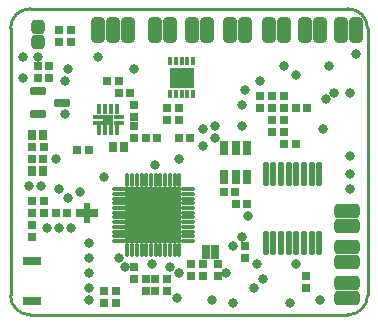
<source format=gts>
G04*
G04 #@! TF.GenerationSoftware,Altium Limited,Altium Designer,21.3.2 (30)*
G04*
G04 Layer_Color=8388736*
%FSLAX25Y25*%
%MOIN*%
G70*
G04*
G04 #@! TF.SameCoordinates,A236C9B4-8AE0-4B67-9D85-2998E959901C*
G04*
G04*
G04 #@! TF.FilePolarity,Negative*
G04*
G01*
G75*
%ADD10C,0.01000*%
G04:AMPARAMS|DCode=29|XSize=51.18mil|YSize=23.62mil|CornerRadius=2.01mil|HoleSize=0mil|Usage=FLASHONLY|Rotation=0.000|XOffset=0mil|YOffset=0mil|HoleType=Round|Shape=RoundedRectangle|*
%AMROUNDEDRECTD29*
21,1,0.05118,0.01961,0,0,0.0*
21,1,0.04717,0.02362,0,0,0.0*
1,1,0.00402,0.02358,-0.00980*
1,1,0.00402,-0.02358,-0.00980*
1,1,0.00402,-0.02358,0.00980*
1,1,0.00402,0.02358,0.00980*
%
%ADD29ROUNDEDRECTD29*%
%ADD37R,0.06142X0.03150*%
%ADD38R,0.02769X0.03162*%
%ADD39R,0.03162X0.02769*%
%ADD40R,0.02769X0.03556*%
%ADD41R,0.03556X0.01784*%
%ADD42R,0.03556X0.03556*%
%ADD43R,0.01784X0.03556*%
%ADD44R,0.03162X0.03162*%
%ADD45R,0.01384X0.02762*%
%ADD46R,0.08274X0.06699*%
%ADD47R,0.03162X0.03162*%
%ADD48R,0.18910X0.18910*%
%ADD49O,0.01587X0.04540*%
%ADD50O,0.04540X0.01587*%
%ADD51R,0.01981X0.06509*%
%ADD52R,0.03162X0.05131*%
%ADD53O,0.02178X0.08083*%
%ADD54R,0.02736X0.04961*%
%ADD55R,0.02646X0.03039*%
G04:AMPARAMS|DCode=56|XSize=47.37mil|YSize=86.74mil|CornerRadius=13.84mil|HoleSize=0mil|Usage=FLASHONLY|Rotation=270.000|XOffset=0mil|YOffset=0mil|HoleType=Round|Shape=RoundedRectangle|*
%AMROUNDEDRECTD56*
21,1,0.04737,0.05906,0,0,270.0*
21,1,0.01968,0.08674,0,0,270.0*
1,1,0.02769,-0.02953,-0.00984*
1,1,0.02769,-0.02953,0.00984*
1,1,0.02769,0.02953,0.00984*
1,1,0.02769,0.02953,-0.00984*
%
%ADD56ROUNDEDRECTD56*%
G04:AMPARAMS|DCode=57|XSize=47.37mil|YSize=86.74mil|CornerRadius=13.84mil|HoleSize=0mil|Usage=FLASHONLY|Rotation=180.000|XOffset=0mil|YOffset=0mil|HoleType=Round|Shape=RoundedRectangle|*
%AMROUNDEDRECTD57*
21,1,0.04737,0.05906,0,0,180.0*
21,1,0.01968,0.08674,0,0,180.0*
1,1,0.02769,-0.00984,0.02953*
1,1,0.02769,0.00984,0.02953*
1,1,0.02769,0.00984,-0.02953*
1,1,0.02769,-0.00984,-0.02953*
%
%ADD57ROUNDEDRECTD57*%
G04:AMPARAMS|DCode=58|XSize=47.37mil|YSize=47.37mil|CornerRadius=13.84mil|HoleSize=0mil|Usage=FLASHONLY|Rotation=90.000|XOffset=0mil|YOffset=0mil|HoleType=Round|Shape=RoundedRectangle|*
%AMROUNDEDRECTD58*
21,1,0.04737,0.01968,0,0,90.0*
21,1,0.01968,0.04737,0,0,90.0*
1,1,0.02769,0.00984,0.00984*
1,1,0.02769,0.00984,-0.00984*
1,1,0.02769,-0.00984,-0.00984*
1,1,0.02769,-0.00984,0.00984*
%
%ADD58ROUNDEDRECTD58*%
%ADD59C,0.03300*%
D10*
X6449Y102000D02*
G03*
X0Y95551I0J-6449D01*
G01*
X119000D02*
G03*
X112550Y102000I-6449J0D01*
G01*
Y0D02*
G03*
X119000Y6449I0J6449D01*
G01*
X0D02*
G03*
X6449Y0I6449J0D01*
G01*
X112550D01*
X119000Y6449D02*
Y95551D01*
X6449Y102000D02*
X112550D01*
X0Y6449D02*
Y95551D01*
D29*
X9000Y74480D02*
D03*
Y67000D02*
D03*
X17268Y70740D02*
D03*
D37*
X7000Y18000D02*
D03*
Y4590D02*
D03*
D38*
X32063Y78000D02*
D03*
X36000D02*
D03*
X39937Y74000D02*
D03*
X36000D02*
D03*
X22063Y55000D02*
D03*
X26000D02*
D03*
X7000Y52000D02*
D03*
X10937D02*
D03*
X59937Y59000D02*
D03*
X56000D02*
D03*
X95000Y57000D02*
D03*
X91063D02*
D03*
X98937Y69000D02*
D03*
X95000D02*
D03*
X11000Y56000D02*
D03*
X7063D02*
D03*
D39*
X41000Y69937D02*
D03*
Y66000D02*
D03*
Y63000D02*
D03*
Y59063D02*
D03*
X78000Y22968D02*
D03*
Y19031D02*
D03*
X83000Y72937D02*
D03*
Y69000D02*
D03*
X87000Y72937D02*
D03*
Y69000D02*
D03*
X91000Y72937D02*
D03*
Y69000D02*
D03*
X98500Y13000D02*
D03*
Y9063D02*
D03*
D40*
X34000Y56000D02*
D03*
X37740D02*
D03*
X7000Y48000D02*
D03*
X10740D02*
D03*
X7000Y60000D02*
D03*
X10740D02*
D03*
D41*
X29000Y66000D02*
D03*
Y64031D02*
D03*
X36087D02*
D03*
Y66000D02*
D03*
D42*
X32543Y65016D02*
D03*
D43*
X29591Y68559D02*
D03*
X31559D02*
D03*
X33528D02*
D03*
X35496D02*
D03*
Y61472D02*
D03*
X33528D02*
D03*
X31559D02*
D03*
X29591D02*
D03*
D44*
X20000Y94937D02*
D03*
Y91000D02*
D03*
X16000Y94937D02*
D03*
Y91000D02*
D03*
X31000Y4063D02*
D03*
Y8000D02*
D03*
X60000Y13063D02*
D03*
Y17000D02*
D03*
X69000D02*
D03*
Y13063D02*
D03*
X64000Y17000D02*
D03*
Y13063D02*
D03*
X35000Y4063D02*
D03*
Y8000D02*
D03*
X52000Y11937D02*
D03*
Y8000D02*
D03*
X41000Y15937D02*
D03*
Y12000D02*
D03*
X7000Y26000D02*
D03*
Y29937D02*
D03*
Y34000D02*
D03*
Y37937D02*
D03*
X11000D02*
D03*
Y34000D02*
D03*
D45*
X60937Y84512D02*
D03*
X58969D02*
D03*
X57000D02*
D03*
X55032D02*
D03*
X53063D02*
D03*
Y73488D02*
D03*
X55032D02*
D03*
X57000D02*
D03*
X58969D02*
D03*
X60937D02*
D03*
D46*
X57000Y79000D02*
D03*
D47*
X48937Y59000D02*
D03*
X45000D02*
D03*
X12937Y83000D02*
D03*
X9000D02*
D03*
X23000Y34000D02*
D03*
X27823D02*
D03*
X71031Y41000D02*
D03*
X74968D02*
D03*
X78969Y37000D02*
D03*
X75032D02*
D03*
X87063Y61000D02*
D03*
X91000D02*
D03*
X87063Y65000D02*
D03*
X91000D02*
D03*
X9000Y79000D02*
D03*
X12937D02*
D03*
X56000Y65000D02*
D03*
X52063D02*
D03*
X56000Y69000D02*
D03*
X52063D02*
D03*
X15000Y34000D02*
D03*
X18937D02*
D03*
D48*
X47614Y33213D02*
D03*
D49*
X46827Y44827D02*
D03*
X54701D02*
D03*
Y21598D02*
D03*
X46827D02*
D03*
X38953Y44827D02*
D03*
Y21598D02*
D03*
X56276Y44827D02*
D03*
Y21598D02*
D03*
X48402Y44827D02*
D03*
X49976D02*
D03*
X51551D02*
D03*
X53126D02*
D03*
Y21598D02*
D03*
X51551D02*
D03*
X49976D02*
D03*
X48402D02*
D03*
X40528Y44827D02*
D03*
X42102D02*
D03*
X43677D02*
D03*
X45252D02*
D03*
Y21598D02*
D03*
X43677D02*
D03*
X42102D02*
D03*
X40528D02*
D03*
D50*
X59228Y40299D02*
D03*
Y32425D02*
D03*
Y24551D02*
D03*
X36000Y32425D02*
D03*
Y40299D02*
D03*
Y24551D02*
D03*
X59228Y41874D02*
D03*
Y38724D02*
D03*
Y37150D02*
D03*
Y35575D02*
D03*
Y34000D02*
D03*
Y30850D02*
D03*
Y29276D02*
D03*
Y27701D02*
D03*
Y26126D02*
D03*
X36000Y41874D02*
D03*
Y34000D02*
D03*
Y35575D02*
D03*
Y37150D02*
D03*
Y38724D02*
D03*
Y26126D02*
D03*
Y27701D02*
D03*
Y29276D02*
D03*
Y30850D02*
D03*
D51*
X25411Y34000D02*
D03*
D52*
X78740Y46000D02*
D03*
X75000D02*
D03*
X71260D02*
D03*
Y55449D02*
D03*
X75000D02*
D03*
X78740D02*
D03*
D53*
X85000Y24000D02*
D03*
X87559D02*
D03*
X90118D02*
D03*
X92677D02*
D03*
X95236D02*
D03*
X97795D02*
D03*
X100354D02*
D03*
X102913D02*
D03*
X85000Y47032D02*
D03*
X87559D02*
D03*
X90118D02*
D03*
X92677D02*
D03*
X95236D02*
D03*
X97795D02*
D03*
X100354D02*
D03*
X102913D02*
D03*
D54*
X65000Y21000D02*
D03*
X68228D02*
D03*
D55*
X45000Y12000D02*
D03*
Y8063D02*
D03*
X48150D02*
D03*
Y12000D02*
D03*
D56*
X112000Y10500D02*
D03*
Y5500D02*
D03*
Y29500D02*
D03*
Y34500D02*
D03*
Y17500D02*
D03*
Y22500D02*
D03*
D57*
X115000Y95000D02*
D03*
X110000D02*
D03*
X103000D02*
D03*
X98000D02*
D03*
X86000D02*
D03*
X91000D02*
D03*
X78000D02*
D03*
X73000D02*
D03*
X65500D02*
D03*
X60500D02*
D03*
X39000D02*
D03*
X34000D02*
D03*
X29000D02*
D03*
X53000D02*
D03*
X48000D02*
D03*
D58*
X9000Y96000D02*
D03*
Y91000D02*
D03*
D59*
X31000Y46000D02*
D03*
X115000Y87000D02*
D03*
X113000Y53000D02*
D03*
Y47000D02*
D03*
Y42000D02*
D03*
X4000Y86000D02*
D03*
Y79000D02*
D03*
X74000Y4000D02*
D03*
X103000Y5000D02*
D03*
X93000Y4000D02*
D03*
X67000Y5000D02*
D03*
X20000Y29000D02*
D03*
X16000D02*
D03*
X12000D02*
D03*
X6000Y43000D02*
D03*
X10000D02*
D03*
X16000Y42000D02*
D03*
X19000Y39000D02*
D03*
X23000Y41000D02*
D03*
X26000Y24000D02*
D03*
Y19000D02*
D03*
Y14000D02*
D03*
Y9000D02*
D03*
Y5000D02*
D03*
X104000Y62000D02*
D03*
X77000Y70000D02*
D03*
X19000Y82000D02*
D03*
X47000Y17000D02*
D03*
X48000Y50000D02*
D03*
X105000Y72000D02*
D03*
X107886Y74000D02*
D03*
X91000Y83000D02*
D03*
X83000Y78000D02*
D03*
X95000Y80000D02*
D03*
X106000Y83000D02*
D03*
X113000Y74000D02*
D03*
X78000Y75000D02*
D03*
X95000Y17000D02*
D03*
X82000D02*
D03*
X81000Y9000D02*
D03*
X84000Y12000D02*
D03*
X77000Y63000D02*
D03*
X68000D02*
D03*
X79000Y33000D02*
D03*
X64000Y56130D02*
D03*
X68000Y59000D02*
D03*
X64000Y62000D02*
D03*
X77000Y26000D02*
D03*
X56000Y52000D02*
D03*
X29000Y86000D02*
D03*
X41000Y82000D02*
D03*
X9000Y86000D02*
D03*
X18000Y78000D02*
D03*
Y67000D02*
D03*
X15000Y52000D02*
D03*
X74000Y23000D02*
D03*
X71839Y14000D02*
D03*
X55480Y5520D02*
D03*
X36000Y19000D02*
D03*
X38000Y16000D02*
D03*
X56000Y14000D02*
D03*
X53000Y16000D02*
D03*
X42614Y39213D02*
D03*
X52614D02*
D03*
X47614D02*
D03*
X42614Y33213D02*
D03*
Y27213D02*
D03*
X47614D02*
D03*
X52614D02*
D03*
Y33213D02*
D03*
X47614D02*
D03*
M02*

</source>
